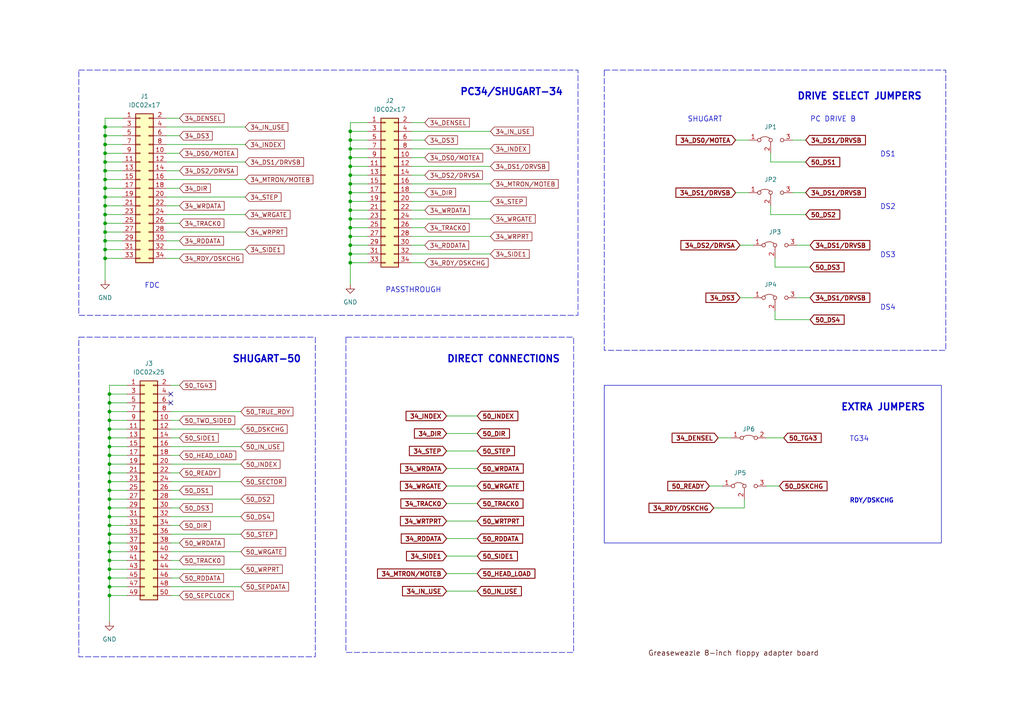
<source format=kicad_sch>
(kicad_sch (version 20231120) (generator "eeschema") (generator_version "8.0")
  (paper "A4")
  (lib_symbols
    (symbol "Connector_Generic:Conn_02x17_Odd_Even" (pin_names (offset 1.016) hide)
      (property "Reference" "J" (at 1.27 22.86 0))
      (property "Value" "Conn_02x17_Odd_Even" (at 1.27 -22.86 0))
      (symbol "Conn_02x17_Odd_Even_1_1"
        (rectangle (start -1.27 -20.193) (end 0 -20.447) (stroke (width 0.1524)))
        (rectangle (start -1.27 -17.653) (end 0 -17.907) (stroke (width 0.1524)))
        (rectangle (start -1.27 -15.113) (end 0 -15.367) (stroke (width 0.1524)))
        (rectangle (start -1.27 -12.573) (end 0 -12.827) (stroke (width 0.1524)))
        (rectangle (start -1.27 -10.033) (end 0 -10.287) (stroke (width 0.1524)))
        (rectangle (start -1.27 -7.493) (end 0 -7.747) (stroke (width 0.1524)))
        (rectangle (start -1.27 -4.953) (end 0 -5.207) (stroke (width 0.1524)))
        (rectangle (start -1.27 -2.413) (end 0 -2.667) (stroke (width 0.1524)))
        (rectangle (start -1.27 0.127) (end 0 -0.127) (stroke (width 0.1524)))
        (rectangle (start -1.27 2.667) (end 0 2.413) (stroke (width 0.1524)))
        (rectangle (start -1.27 5.207) (end 0 4.953) (stroke (width 0.1524)))
        (rectangle (start -1.27 7.747) (end 0 7.493) (stroke (width 0.1524)))
        (rectangle (start -1.27 10.287) (end 0 10.033) (stroke (width 0.1524)))
        (rectangle (start -1.27 12.827) (end 0 12.573) (stroke (width 0.1524)))
        (rectangle (start -1.27 15.367) (end 0 15.113) (stroke (width 0.1524)))
        (rectangle (start -1.27 17.907) (end 0 17.653) (stroke (width 0.1524)))
        (rectangle (start -1.27 20.447) (end 0 20.193) (stroke (width 0.1524)))
        (rectangle (start -1.27 21.59) (end 3.81 -21.59) (stroke (width 0.254)) (fill (type background)))
        (rectangle (start 3.81 -20.193) (end 2.54 -20.447) (stroke (width 0.1524)))
        (rectangle (start 3.81 -17.653) (end 2.54 -17.907) (stroke (width 0.1524)))
        (rectangle (start 3.81 -15.113) (end 2.54 -15.367) (stroke (width 0.1524)))
        (rectangle (start 3.81 -12.573) (end 2.54 -12.827) (stroke (width 0.1524)))
        (rectangle (start 3.81 -10.033) (end 2.54 -10.287) (stroke (width 0.1524)))
        (rectangle (start 3.81 -7.493) (end 2.54 -7.747) (stroke (width 0.1524)))
        (rectangle (start 3.81 -4.953) (end 2.54 -5.207) (stroke (width 0.1524)))
        (rectangle (start 3.81 -2.413) (end 2.54 -2.667) (stroke (width 0.1524)))
        (rectangle (start 3.81 0.127) (end 2.54 -0.127) (stroke (width 0.1524)))
        (rectangle (start 3.81 2.667) (end 2.54 2.413) (stroke (width 0.1524)))
        (rectangle (start 3.81 5.207) (end 2.54 4.953) (stroke (width 0.1524)))
        (rectangle (start 3.81 7.747) (end 2.54 7.493) (stroke (width 0.1524)))
        (rectangle (start 3.81 10.287) (end 2.54 10.033) (stroke (width 0.1524)))
        (rectangle (start 3.81 12.827) (end 2.54 12.573) (stroke (width 0.1524)))
        (rectangle (start 3.81 15.367) (end 2.54 15.113) (stroke (width 0.1524)))
        (rectangle (start 3.81 17.907) (end 2.54 17.653) (stroke (width 0.1524)))
        (rectangle (start 3.81 20.447) (end 2.54 20.193) (stroke (width 0.1524)))
        (pin passive line (at -5.08 20.32 0) (length 3.81) (name "Pin_1") (number "1"))
        (pin passive line (at 7.62 10.16 180) (length 3.81) (name "Pin_10") (number "10"))
        (pin passive line (at -5.08 7.62 0) (length 3.81) (name "Pin_11") (number "11"))
        (pin passive line (at 7.62 7.62 180) (length 3.81) (name "Pin_12") (number "12"))
        (pin passive line (at -5.08 5.08 0) (length 3.81) (name "Pin_13") (number "13"))
        (pin passive line (at 7.62 5.08 180) (length 3.81) (name "Pin_14") (number "14"))
        (pin passive line (at -5.08 2.54 0) (length 3.81) (name "Pin_15") (number "15"))
        (pin passive line (at 7.62 2.54 180) (length 3.81) (name "Pin_16") (number "16"))
        (pin passive line (at -5.08 0 0) (length 3.81) (name "Pin_17") (number "17"))
        (pin passive line (at 7.62 0 180) (length 3.81) (name "Pin_18") (number "18"))
        (pin passive line (at -5.08 -2.54 0) (length 3.81) (name "Pin_19") (number "19"))
        (pin passive line (at 7.62 20.32 180) (length 3.81) (name "Pin_2") (number "2"))
        (pin passive line (at 7.62 -2.54 180) (length 3.81) (name "Pin_20") (number "20"))
        (pin passive line (at -5.08 -5.08 0) (length 3.81) (name "Pin_21") (number "21"))
        (pin passive line (at 7.62 -5.08 180) (length 3.81) (name "Pin_22") (number "22"))
        (pin passive line (at -5.08 -7.62 0) (length 3.81) (name "Pin_23") (number "23"))
        (pin passive line (at 7.62 -7.62 180) (length 3.81) (name "Pin_24") (number "24"))
        (pin passive line (at -5.08 -10.16 0) (length 3.81) (name "Pin_25") (number "25"))
        (pin passive line (at 7.62 -10.16 180) (length 3.81) (name "Pin_26") (number "26"))
        (pin passive line (at -5.08 -12.7 0) (length 3.81) (name "Pin_27") (number "27"))
        (pin passive line (at 7.62 -12.7 180) (length 3.81) (name "Pin_28") (number "28"))
        (pin passive line (at -5.08 -15.24 0) (length 3.81) (name "Pin_29") (number "29"))
        (pin passive line (at -5.08 17.78 0) (length 3.81) (name "Pin_3") (number "3"))
        (pin passive line (at 7.62 -15.24 180) (length 3.81) (name "Pin_30") (number "30"))
        (pin passive line (at -5.08 -17.78 0) (length 3.81) (name "Pin_31") (number "31"))
        (pin passive line (at 7.62 -17.78 180) (length 3.81) (name "Pin_32") (number "32"))
        (pin passive line (at -5.08 -20.32 0) (length 3.81) (name "Pin_33") (number "33"))
        (pin passive line (at 7.62 -20.32 180) (length 3.81) (name "Pin_34") (number "34"))
        (pin passive line (at 7.62 17.78 180) (length 3.81) (name "Pin_4") (number "4"))
        (pin passive line (at -5.08 15.24 0) (length 3.81) (name "Pin_5") (number "5"))
        (pin passive line (at 7.62 15.24 180) (length 3.81) (name "Pin_6") (number "6"))
        (pin passive line (at -5.08 12.7 0) (length 3.81) (name "Pin_7") (number "7"))
        (pin passive line (at 7.62 12.7 180) (length 3.81) (name "Pin_8") (number "8"))
        (pin passive line (at -5.08 10.16 0) (length 3.81) (name "Pin_9") (number "9"))
      )
    )
    (symbol "Connector_Generic:Conn_02x25_Odd_Even" (pin_names (offset 1.016) hide)
      (property "Reference" "J" (at 1.27 33.02 0))
      (property "Value" "Conn_02x25_Odd_Even" (at 1.27 -33.02 0))
      (symbol "Conn_02x25_Odd_Even_1_1"
        (rectangle (start -1.27 -30.353) (end 0 -30.607) (stroke (width 0.1524)))
        (rectangle (start -1.27 -27.813) (end 0 -28.067) (stroke (width 0.1524)))
        (rectangle (start -1.27 -25.273) (end 0 -25.527) (stroke (width 0.1524)))
        (rectangle (start -1.27 -22.733) (end 0 -22.987) (stroke (width 0.1524)))
        (rectangle (start -1.27 -20.193) (end 0 -20.447) (stroke (width 0.1524)))
        (rectangle (start -1.27 -17.653) (end 0 -17.907) (stroke (width 0.1524)))
        (rectangle (start -1.27 -15.113) (end 0 -15.367) (stroke (width 0.1524)))
        (rectangle (start -1.27 -12.573) (end 0 -12.827) (stroke (width 0.1524)))
        (rectangle (start -1.27 -10.033) (end 0 -10.287) (stroke (width 0.1524)))
        (rectangle (start -1.27 -7.493) (end 0 -7.747) (stroke (width 0.1524)))
        (rectangle (start -1.27 -4.953) (end 0 -5.207) (stroke (width 0.1524)))
        (rectangle (start -1.27 -2.413) (end 0 -2.667) (stroke (width 0.1524)))
        (rectangle (start -1.27 0.127) (end 0 -0.127) (stroke (width 0.1524)))
        (rectangle (start -1.27 2.667) (end 0 2.413) (stroke (width 0.1524)))
        (rectangle (start -1.27 5.207) (end 0 4.953) (stroke (width 0.1524)))
        (rectangle (start -1.27 7.747) (end 0 7.493) (stroke (width 0.1524)))
        (rectangle (start -1.27 10.287) (end 0 10.033) (stroke (width 0.1524)))
        (rectangle (start -1.27 12.827) (end 0 12.573) (stroke (width 0.1524)))
        (rectangle (start -1.27 15.367) (end 0 15.113) (stroke (width 0.1524)))
        (rectangle (start -1.27 17.907) (end 0 17.653) (stroke (width 0.1524)))
        (rectangle (start -1.27 20.447) (end 0 20.193) (stroke (width 0.1524)))
        (rectangle (start -1.27 22.987) (end 0 22.733) (stroke (width 0.1524)))
        (rectangle (start -1.27 25.527) (end 0 25.273) (stroke (width 0.1524)))
        (rectangle (start -1.27 28.067) (end 0 27.813) (stroke (width 0.1524)))
        (rectangle (start -1.27 30.607) (end 0 30.353) (stroke (width 0.1524)))
        (rectangle (start -1.27 31.75) (end 3.81 -31.75) (stroke (width 0.254)) (fill (type background)))
        (rectangle (start 3.81 -30.353) (end 2.54 -30.607) (stroke (width 0.1524)))
        (rectangle (start 3.81 -27.813) (end 2.54 -28.067) (stroke (width 0.1524)))
        (rectangle (start 3.81 -25.273) (end 2.54 -25.527) (stroke (width 0.1524)))
        (rectangle (start 3.81 -22.733) (end 2.54 -22.987) (stroke (width 0.1524)))
        (rectangle (start 3.81 -20.193) (end 2.54 -20.447) (stroke (width 0.1524)))
        (rectangle (start 3.81 -17.653) (end 2.54 -17.907) (stroke (width 0.1524)))
        (rectangle (start 3.81 -15.113) (end 2.54 -15.367) (stroke (width 0.1524)))
        (rectangle (start 3.81 -12.573) (end 2.54 -12.827) (stroke (width 0.1524)))
        (rectangle (start 3.81 -10.033) (end 2.54 -10.287) (stroke (width 0.1524)))
        (rectangle (start 3.81 -7.493) (end 2.54 -7.747) (stroke (width 0.1524)))
        (rectangle (start 3.81 -4.953) (end 2.54 -5.207) (stroke (width 0.1524)))
        (rectangle (start 3.81 -2.413) (end 2.54 -2.667) (stroke (width 0.1524)))
        (rectangle (start 3.81 0.127) (end 2.54 -0.127) (stroke (width 0.1524)))
        (rectangle (start 3.81 2.667) (end 2.54 2.413) (stroke (width 0.1524)))
        (rectangle (start 3.81 5.207) (end 2.54 4.953) (stroke (width 0.1524)))
        (rectangle (start 3.81 7.747) (end 2.54 7.493) (stroke (width 0.1524)))
        (rectangle (start 3.81 10.287) (end 2.54 10.033) (stroke (width 0.1524)))
        (rectangle (start 3.81 12.827) (end 2.54 12.573) (stroke (width 0.1524)))
        (rectangle (start 3.81 15.367) (end 2.54 15.113) (stroke (width 0.1524)))
        (rectangle (start 3.81 17.907) (end 2.54 17.653) (stroke (width 0.1524)))
        (rectangle (start 3.81 20.447) (end 2.54 20.193) (stroke (width 0.1524)))
        (rectangle (start 3.81 22.987) (end 2.54 22.733) (stroke (width 0.1524)))
        (rectangle (start 3.81 25.527) (end 2.54 25.273) (stroke (width 0.1524)))
        (rectangle (start 3.81 28.067) (end 2.54 27.813) (stroke (width 0.1524)))
        (rectangle (start 3.81 30.607) (end 2.54 30.353) (stroke (width 0.1524)))
        (pin passive line (at -5.08 30.48 0) (length 3.81) (name "Pin_1") (number "1"))
        (pin passive line (at 7.62 20.32 180) (length 3.81) (name "Pin_10") (number "10"))
        (pin passive line (at -5.08 17.78 0) (length 3.81) (name "Pin_11") (number "11"))
        (pin passive line (at 7.62 17.78 180) (length 3.81) (name "Pin_12") (number "12"))
        (pin passive line (at -5.08 15.24 0) (length 3.81) (name "Pin_13") (number "13"))
        (pin passive line (at 7.62 15.24 180) (length 3.81) (name "Pin_14") (number "14"))
        (pin passive line (at -5.08 12.7 0) (length 3.81) (name "Pin_15") (number "15"))
        (pin passive line (at 7.62 12.7 180) (length 3.81) (name "Pin_16") (number "16"))
        (pin passive line (at -5.08 10.16 0) (length 3.81) (name "Pin_17") (number "17"))
        (pin passive line (at 7.62 10.16 180) (length 3.81) (name "Pin_18") (number "18"))
        (pin passive line (at -5.08 7.62 0) (length 3.81) (name "Pin_19") (number "19"))
        (pin passive line (at 7.62 30.48 180) (length 3.81) (name "Pin_2") (number "2"))
        (pin passive line (at 7.62 7.62 180) (length 3.81) (name "Pin_20") (number "20"))
        (pin passive line (at -5.08 5.08 0) (length 3.81) (name "Pin_21") (number "21"))
        (pin passive line (at 7.62 5.08 180) (length 3.81) (name "Pin_22") (number "22"))
        (pin passive line (at -5.08 2.54 0) (length 3.81) (name "Pin_23") (number "23"))
        (pin passive line (at 7.62 2.54 180) (length 3.81) (name "Pin_24") (number "24"))
        (pin passive line (at -5.08 0 0) (length 3.81) (name "Pin_25") (number "25"))
        (pin passive line (at 7.62 0 180) (length 3.81) (name "Pin_26") (number "26"))
        (pin passive line (at -5.08 -2.54 0) (length 3.81) (name "Pin_27") (number "27"))
        (pin passive line (at 7.62 -2.54 180) (length 3.81) (name "Pin_28") (number "28"))
        (pin passive line (at -5.08 -5.08 0) (length 3.81) (name "Pin_29") (number "29"))
        (pin passive line (at -5.08 27.94 0) (length 3.81) (name "Pin_3") (number "3"))
        (pin passive line (at 7.62 -5.08 180) (length 3.81) (name "Pin_30") (number "30"))
        (pin passive line (at -5.08 -7.62 0) (length 3.81) (name "Pin_31") (number "31"))
        (pin passive line (at 7.62 -7.62 180) (length 3.81) (name "Pin_32") (number "32"))
        (pin passive line (at -5.08 -10.16 0) (length 3.81) (name "Pin_33") (number "33"))
        (pin passive line (at 7.62 -10.16 180) (length 3.81) (name "Pin_34") (number "34"))
        (pin passive line (at -5.08 -12.7 0) (length 3.81) (name "Pin_35") (number "35"))
        (pin passive line (at 7.62 -12.7 180) (length 3.81) (name "Pin_36") (number "36"))
        (pin passive line (at -5.08 -15.24 0) (length 3.81) (name "Pin_37") (number "37"))
        (pin passive line (at 7.62 -15.24 180) (length 3.81) (name "Pin_38") (number "38"))
        (pin passive line (at -5.08 -17.78 0) (length 3.81) (name "Pin_39") (number "39"))
        (pin passive line (at 7.62 27.94 180) (length 3.81) (name "Pin_4") (number "4"))
        (pin passive line (at 7.62 -17.78 180) (length 3.81) (name "Pin_40") (number "40"))
        (pin passive line (at -5.08 -20.32 0) (length 3.81) (name "Pin_41") (number "41"))
        (pin passive line (at 7.62 -20.32 180) (length 3.81) (name "Pin_42") (number "42"))
        (pin passive line (at -5.08 -22.86 0) (length 3.81) (name "Pin_43") (number "43"))
        (pin passive line (at 7.62 -22.86 180) (length 3.81) (name "Pin_44") (number "44"))
        (pin passive line (at -5.08 -25.4 0) (length 3.81) (name "Pin_45") (number "45"))
        (pin passive line (at 7.62 -25.4 180) (length 3.81) (name "Pin_46") (number "46"))
        (pin passive line (at -5.08 -27.94 0) (length 3.81) (name "Pin_47") (number "47"))
        (pin passive line (at 7.62 -27.94 180) (length 3.81) (name "Pin_48") (number "48"))
        (pin passive line (at -5.08 -30.48 0) (length 3.81) (name "Pin_49") (number "49"))
        (pin passive line (at -5.08 25.4 0) (length 3.81) (name "Pin_5") (number "5"))
        (pin passive line (at 7.62 -30.48 180) (length 3.81) (name "Pin_50") (number "50"))
        (pin passive line (at 7.62 25.4 180) (length 3.81) (name "Pin_6") (number "6"))
        (pin passive line (at -5.08 22.86 0) (length 3.81) (name "Pin_7") (number "7"))
        (pin passive line (at 7.62 22.86 180) (length 3.81) (name "Pin_8") (number "8"))
        (pin passive line (at -5.08 20.32 0) (length 3.81) (name "Pin_9") (number "9"))
      )
    )
    (symbol "Jumper:Jumper_2_Bridged" (pin_names (offset 0) hide)
      (property "Reference" "JP" (at 0 1.905 0))
      (property "Value" "Jumper_2_Bridged" (at 0 -2.54 0))
      (symbol "Jumper_2_Bridged_0_0"
        (circle (center -2.032 0) (radius 0.508))
        (circle (center 2.032 0) (radius 0.508))
      )
      (symbol "Jumper_2_Bridged_0_1"
        (arc (start 1.524 0.254) (mid 0 0.762) (end -1.524 0.254))
      )
      (symbol "Jumper_2_Bridged_1_1"
        (pin passive line (at -5.08 0 0) (length 2.54) (name "A") (number "1"))
        (pin passive line (at 5.08 0 180) (length 2.54) (name "B") (number "2"))
      )
    )
    (symbol "Jumper:Jumper_3_Bridged12" (pin_names (offset 0) hide)
      (property "Reference" "JP" (at -2.54 -2.54 0))
      (property "Value" "Jumper_3_Bridged12" (at 0 2.794 0))
      (symbol "Jumper_3_Bridged12_0_0"
        (circle (center -3.302 0) (radius 0.508))
        (circle (center 0 0) (radius 0.508))
        (circle (center 3.302 0) (radius 0.508))
      )
      (symbol "Jumper_3_Bridged12_0_1"
        (arc (start -0.254 0.508) (mid -1.651 0.9912) (end -3.048 0.508))
        (polyline (pts (xy 0 -1.27) (xy 0 -0.508)))
      )
      (symbol "Jumper_3_Bridged12_1_1"
        (pin passive line (at -6.35 0 0) (length 2.54) (name "A") (number "1"))
        (pin passive line (at 0 -3.81 90) (length 2.54) (name "C") (number "2"))
        (pin passive line (at 6.35 0 180) (length 2.54) (name "B") (number "3"))
      )
    )
    (symbol "power:GND" (power) (pin_names (offset 0))
      (property "Value" "GND" (at 0 -3.81 0))
      (symbol "GND_0_1"
        (polyline (pts (xy 0 0) (xy 0 -1.27) (xy 1.27 -1.27) (xy 0 -2.54) (xy -1.27 -1.27) (xy 0 -1.27)))
      )
      (symbol "GND_1_1"
        (pin power_in line (at 0 0 270) (length 0) hide (name "GND") (number "1"))
      )
    )
  )
  (junction (at 31.75 142.24))
  (junction (at 30.48 49.53))
  (junction (at 101.6 58.42))
  (junction (at 31.75 119.38))
  (junction (at 101.6 53.34))
  (junction (at 30.48 69.85))
  (junction (at 101.6 50.8))
  (junction (at 31.75 157.48))
  (junction (at 30.48 54.61))
  (junction (at 101.6 76.2))
  (junction (at 101.6 48.26))
  (junction (at 31.75 149.86))
  (junction (at 31.75 139.7))
  (junction (at 101.6 43.18))
  (junction (at 101.6 38.1))
  (junction (at 101.6 40.64))
  (junction (at 101.6 63.5))
  (junction (at 101.6 71.12))
  (junction (at 30.48 46.99))
  (junction (at 101.6 68.58))
  (junction (at 101.6 55.88))
  (junction (at 31.75 147.32))
  (junction (at 101.6 73.66))
  (junction (at 30.48 74.93))
  (junction (at 101.6 60.96))
  (junction (at 31.75 114.3))
  (junction (at 30.48 36.83))
  (junction (at 30.48 39.37))
  (junction (at 30.48 52.07))
  (junction (at 31.75 144.78))
  (junction (at 30.48 72.39))
  (junction (at 31.75 152.4))
  (junction (at 30.48 62.23))
  (junction (at 31.75 162.56))
  (junction (at 101.6 66.04))
  (junction (at 101.6 45.72))
  (junction (at 31.75 160.02))
  (junction (at 31.75 134.62))
  (junction (at 31.75 170.18))
  (junction (at 31.75 121.92))
  (junction (at 31.75 129.54))
  (junction (at 31.75 124.46))
  (junction (at 31.75 137.16))
  (junction (at 31.75 132.08))
  (junction (at 31.75 172.72))
  (junction (at 31.75 165.1))
  (junction (at 30.48 59.69))
  (junction (at 31.75 127))
  (junction (at 31.75 116.84))
  (junction (at 30.48 44.45))
  (junction (at 31.75 167.64))
  (junction (at 30.48 41.91))
  (junction (at 30.48 67.31))
  (junction (at 30.48 57.15))
  (junction (at 31.75 154.94))
  (junction (at 30.48 64.77))
  (no_connect (at 49.53 116.84))
  (no_connect (at 49.53 114.3))
  (wire (pts (xy 31.75 149.86) (xy 31.75 152.4)))
  (wire (pts (xy 224.79 90.17) (xy 224.79 92.71)))
  (wire (pts (xy 213.36 55.88) (xy 217.17 55.88)))
  (wire (pts (xy 101.6 55.88) (xy 101.6 58.42)))
  (wire (pts (xy 224.79 74.93) (xy 224.79 77.47)))
  (wire (pts (xy 30.48 46.99) (xy 30.48 49.53)))
  (wire (pts (xy 31.75 139.7) (xy 36.83 139.7)))
  (wire (pts (xy 207.01 147.32) (xy 215.9 147.32)))
  (wire (pts (xy 36.83 129.54) (xy 31.75 129.54)))
  (wire (pts (xy 31.75 144.78) (xy 36.83 144.78)))
  (wire (pts (xy 31.75 137.16) (xy 31.75 139.7)))
  (wire (pts (xy 49.53 160.02) (xy 69.85 160.02)))
  (wire (pts (xy 31.75 116.84) (xy 36.83 116.84)))
  (wire (pts (xy 31.75 114.3) (xy 31.75 111.76)))
  (wire (pts (xy 30.48 34.29) (xy 30.48 36.83)))
  (wire (pts (xy 31.75 132.08) (xy 31.75 134.62)))
  (wire (pts (xy 129.54 140.97) (xy 138.43 140.97)))
  (wire (pts (xy 31.75 142.24) (xy 31.75 144.78)))
  (wire (pts (xy 129.54 156.21) (xy 138.43 156.21)))
  (wire (pts (xy 214.63 71.12) (xy 218.44 71.12)))
  (wire (pts (xy 48.26 64.77) (xy 52.07 64.77)))
  (wire (pts (xy 30.48 59.69) (xy 35.56 59.69)))
  (wire (pts (xy 31.75 124.46) (xy 31.75 121.92)))
  (wire (pts (xy 101.6 53.34) (xy 101.6 55.88)))
  (wire (pts (xy 106.68 58.42) (xy 101.6 58.42)))
  (wire (pts (xy 49.53 142.24) (xy 52.07 142.24)))
  (wire (pts (xy 30.48 69.85) (xy 30.48 72.39)))
  (wire (pts (xy 129.54 171.45) (xy 138.43 171.45)))
  (wire (pts (xy 101.6 50.8) (xy 106.68 50.8)))
  (wire (pts (xy 30.48 41.91) (xy 30.48 44.45)))
  (wire (pts (xy 49.53 170.18) (xy 69.85 170.18)))
  (wire (pts (xy 119.38 71.12) (xy 123.19 71.12)))
  (wire (pts (xy 31.75 129.54) (xy 31.75 132.08)))
  (wire (pts (xy 31.75 134.62) (xy 31.75 137.16)))
  (wire (pts (xy 101.6 63.5) (xy 106.68 63.5)))
  (wire (pts (xy 119.38 68.58) (xy 142.24 68.58)))
  (wire (pts (xy 229.87 55.88) (xy 233.68 55.88)))
  (wire (pts (xy 223.52 62.23) (xy 233.68 62.23)))
  (wire (pts (xy 119.38 58.42) (xy 142.24 58.42)))
  (wire (pts (xy 48.26 41.91) (xy 71.12 41.91)))
  (wire (pts (xy 49.53 157.48) (xy 52.07 157.48)))
  (wire (pts (xy 101.6 76.2) (xy 106.68 76.2)))
  (wire (pts (xy 48.26 54.61) (xy 52.07 54.61)))
  (wire (pts (xy 30.48 44.45) (xy 30.48 46.99)))
  (wire (pts (xy 101.6 45.72) (xy 101.6 48.26)))
  (wire (pts (xy 49.53 127) (xy 52.07 127)))
  (wire (pts (xy 119.38 40.64) (xy 123.19 40.64)))
  (wire (pts (xy 31.75 160.02) (xy 31.75 162.56)))
  (wire (pts (xy 101.6 66.04) (xy 101.6 68.58)))
  (wire (pts (xy 31.75 147.32) (xy 36.83 147.32)))
  (wire (pts (xy 31.75 137.16) (xy 36.83 137.16)))
  (wire (pts (xy 101.6 48.26) (xy 106.68 48.26)))
  (wire (pts (xy 30.48 72.39) (xy 35.56 72.39)))
  (wire (pts (xy 101.6 45.72) (xy 106.68 45.72)))
  (wire (pts (xy 31.75 111.76) (xy 36.83 111.76)))
  (wire (pts (xy 106.68 35.56) (xy 101.6 35.56)))
  (wire (pts (xy 49.53 111.76) (xy 52.07 111.76)))
  (wire (pts (xy 35.56 67.31) (xy 30.48 67.31)))
  (wire (pts (xy 49.53 162.56) (xy 52.07 162.56)))
  (wire (pts (xy 48.26 62.23) (xy 71.12 62.23)))
  (wire (pts (xy 31.75 142.24) (xy 36.83 142.24)))
  (wire (pts (xy 119.38 35.56) (xy 123.19 35.56)))
  (wire (pts (xy 31.75 121.92) (xy 36.83 121.92)))
  (wire (pts (xy 31.75 154.94) (xy 31.75 157.48)))
  (wire (pts (xy 31.75 160.02) (xy 36.83 160.02)))
  (wire (pts (xy 49.53 167.64) (xy 52.07 167.64)))
  (wire (pts (xy 101.6 73.66) (xy 101.6 76.2)))
  (wire (pts (xy 31.75 144.78) (xy 31.75 147.32)))
  (wire (pts (xy 36.83 134.62) (xy 31.75 134.62)))
  (wire (pts (xy 205.74 140.97) (xy 209.55 140.97)))
  (wire (pts (xy 101.6 60.96) (xy 106.68 60.96)))
  (wire (pts (xy 229.87 40.64) (xy 233.68 40.64)))
  (wire (pts (xy 101.6 53.34) (xy 106.68 53.34)))
  (wire (pts (xy 119.38 73.66) (xy 142.24 73.66)))
  (wire (pts (xy 49.53 124.46) (xy 69.85 124.46)))
  (wire (pts (xy 106.68 68.58) (xy 101.6 68.58)))
  (wire (pts (xy 208.28 127) (xy 212.09 127)))
  (wire (pts (xy 119.38 38.1) (xy 142.24 38.1)))
  (wire (pts (xy 101.6 40.64) (xy 101.6 43.18)))
  (wire (pts (xy 31.75 170.18) (xy 36.83 170.18)))
  (wire (pts (xy 36.83 167.64) (xy 31.75 167.64)))
  (wire (pts (xy 31.75 157.48) (xy 31.75 160.02)))
  (wire (pts (xy 101.6 40.64) (xy 106.68 40.64)))
  (wire (pts (xy 119.38 53.34) (xy 142.24 53.34)))
  (wire (pts (xy 31.75 147.32) (xy 31.75 149.86)))
  (wire (pts (xy 223.52 59.69) (xy 223.52 62.23)))
  (wire (pts (xy 31.75 127) (xy 31.75 124.46)))
  (wire (pts (xy 31.75 132.08) (xy 36.83 132.08)))
  (wire (pts (xy 129.54 151.13) (xy 138.43 151.13)))
  (wire (pts (xy 30.48 52.07) (xy 35.56 52.07)))
  (wire (pts (xy 31.75 121.92) (xy 31.75 119.38)))
  (wire (pts (xy 49.53 132.08) (xy 52.07 132.08)))
  (wire (pts (xy 48.26 36.83) (xy 71.12 36.83)))
  (wire (pts (xy 31.75 162.56) (xy 36.83 162.56)))
  (wire (pts (xy 48.26 39.37) (xy 52.07 39.37)))
  (wire (pts (xy 222.25 140.97) (xy 226.06 140.97)))
  (wire (pts (xy 30.48 46.99) (xy 35.56 46.99)))
  (wire (pts (xy 106.68 43.18) (xy 101.6 43.18)))
  (wire (pts (xy 119.38 55.88) (xy 123.19 55.88)))
  (wire (pts (xy 119.38 60.96) (xy 123.19 60.96)))
  (wire (pts (xy 30.48 54.61) (xy 30.48 57.15)))
  (wire (pts (xy 49.53 172.72) (xy 52.07 172.72)))
  (wire (pts (xy 30.48 62.23) (xy 35.56 62.23)))
  (wire (pts (xy 31.75 162.56) (xy 31.75 165.1)))
  (wire (pts (xy 31.75 124.46) (xy 36.83 124.46)))
  (wire (pts (xy 30.48 57.15) (xy 30.48 59.69)))
  (wire (pts (xy 48.26 67.31) (xy 71.12 67.31)))
  (wire (pts (xy 49.53 119.38) (xy 69.85 119.38)))
  (wire (pts (xy 49.53 134.62) (xy 69.85 134.62)))
  (wire (pts (xy 119.38 43.18) (xy 142.24 43.18)))
  (wire (pts (xy 30.48 36.83) (xy 30.48 39.37)))
  (wire (pts (xy 31.75 152.4) (xy 36.83 152.4)))
  (wire (pts (xy 49.53 154.94) (xy 69.85 154.94)))
  (wire (pts (xy 101.6 71.12) (xy 106.68 71.12)))
  (wire (pts (xy 129.54 161.29) (xy 138.43 161.29)))
  (wire (pts (xy 129.54 125.73) (xy 138.43 125.73)))
  (wire (pts (xy 48.26 34.29) (xy 52.07 34.29)))
  (wire (pts (xy 31.75 116.84) (xy 31.75 114.3)))
  (wire (pts (xy 49.53 139.7) (xy 69.85 139.7)))
  (wire (pts (xy 31.75 165.1) (xy 36.83 165.1)))
  (wire (pts (xy 30.48 39.37) (xy 35.56 39.37)))
  (wire (pts (xy 48.26 72.39) (xy 71.12 72.39)))
  (wire (pts (xy 48.26 59.69) (xy 52.07 59.69)))
  (wire (pts (xy 36.83 172.72) (xy 31.75 172.72)))
  (wire (pts (xy 129.54 166.37) (xy 138.43 166.37)))
  (wire (pts (xy 30.48 36.83) (xy 35.56 36.83)))
  (wire (pts (xy 224.79 92.71) (xy 234.95 92.71)))
  (wire (pts (xy 30.48 59.69) (xy 30.48 62.23)))
  (wire (pts (xy 35.56 57.15) (xy 30.48 57.15)))
  (wire (pts (xy 101.6 76.2) (xy 101.6 82.55)))
  (wire (pts (xy 49.53 149.86) (xy 69.85 149.86)))
  (wire (pts (xy 30.48 62.23) (xy 30.48 64.77)))
  (wire (pts (xy 31.75 119.38) (xy 36.83 119.38)))
  (wire (pts (xy 30.48 64.77) (xy 30.48 67.31)))
  (wire (pts (xy 49.53 165.1) (xy 69.85 165.1)))
  (wire (pts (xy 31.75 127) (xy 36.83 127)))
  (wire (pts (xy 101.6 63.5) (xy 101.6 66.04)))
  (wire (pts (xy 231.14 71.12) (xy 234.95 71.12)))
  (wire (pts (xy 48.26 44.45) (xy 52.07 44.45)))
  (wire (pts (xy 49.53 121.92) (xy 52.07 121.92)))
  (wire (pts (xy 49.53 147.32) (xy 52.07 147.32)))
  (wire (pts (xy 222.25 127) (xy 227.33 127)))
  (wire (pts (xy 48.26 69.85) (xy 52.07 69.85)))
  (wire (pts (xy 31.75 127) (xy 31.75 129.54)))
  (wire (pts (xy 31.75 114.3) (xy 36.83 114.3)))
  (wire (pts (xy 48.26 74.93) (xy 52.07 74.93)))
  (wire (pts (xy 129.54 135.89) (xy 138.43 135.89)))
  (wire (pts (xy 101.6 58.42) (xy 101.6 60.96)))
  (wire (pts (xy 101.6 73.66) (xy 106.68 73.66)))
  (wire (pts (xy 31.75 149.86) (xy 36.83 149.86)))
  (wire (pts (xy 31.75 167.64) (xy 31.75 170.18)))
  (wire (pts (xy 224.79 77.47) (xy 234.95 77.47)))
  (wire (pts (xy 30.48 39.37) (xy 30.48 41.91)))
  (wire (pts (xy 35.56 41.91) (xy 30.48 41.91)))
  (wire (pts (xy 30.48 52.07) (xy 30.48 54.61)))
  (wire (pts (xy 214.63 86.36) (xy 218.44 86.36)))
  (wire (pts (xy 48.26 52.07) (xy 71.12 52.07)))
  (wire (pts (xy 119.38 66.04) (xy 123.19 66.04)))
  (wire (pts (xy 48.26 46.99) (xy 71.12 46.99)))
  (wire (pts (xy 31.75 157.48) (xy 36.83 157.48)))
  (wire (pts (xy 30.48 69.85) (xy 35.56 69.85)))
  (wire (pts (xy 101.6 66.04) (xy 106.68 66.04)))
  (wire (pts (xy 223.52 46.99) (xy 233.68 46.99)))
  (wire (pts (xy 30.48 49.53) (xy 30.48 52.07)))
  (wire (pts (xy 31.75 139.7) (xy 31.75 142.24)))
  (wire (pts (xy 101.6 38.1) (xy 101.6 40.64)))
  (wire (pts (xy 215.9 147.32) (xy 215.9 144.78)))
  (wire (pts (xy 30.48 67.31) (xy 30.48 69.85)))
  (wire (pts (xy 119.38 48.26) (xy 142.24 48.26)))
  (wire (pts (xy 30.48 74.93) (xy 30.48 81.28)))
  (wire (pts (xy 213.36 40.64) (xy 217.17 40.64)))
  (wire (pts (xy 30.48 44.45) (xy 35.56 44.45)))
  (wire (pts (xy 31.75 170.18) (xy 31.75 172.72)))
  (wire (pts (xy 48.26 57.15) (xy 71.12 57.15)))
  (wire (pts (xy 129.54 120.65) (xy 138.43 120.65)))
  (wire (pts (xy 119.38 63.5) (xy 142.24 63.5)))
  (wire (pts (xy 30.48 64.77) (xy 35.56 64.77)))
  (wire (pts (xy 30.48 54.61) (xy 35.56 54.61)))
  (wire (pts (xy 231.14 86.36) (xy 234.95 86.36)))
  (wire (pts (xy 31.75 152.4) (xy 31.75 154.94)))
  (wire (pts (xy 31.75 119.38) (xy 31.75 116.84)))
  (wire (pts (xy 48.26 49.53) (xy 52.07 49.53)))
  (wire (pts (xy 129.54 146.05) (xy 138.43 146.05)))
  (wire (pts (xy 101.6 43.18) (xy 101.6 45.72)))
  (wire (pts (xy 30.48 49.53) (xy 35.56 49.53)))
  (wire (pts (xy 129.54 130.81) (xy 138.43 130.81)))
  (wire (pts (xy 49.53 144.78) (xy 69.85 144.78)))
  (wire (pts (xy 101.6 55.88) (xy 106.68 55.88)))
  (wire (pts (xy 119.38 76.2) (xy 123.19 76.2)))
  (wire (pts (xy 31.75 172.72) (xy 31.75 180.34)))
  (wire (pts (xy 101.6 60.96) (xy 101.6 63.5)))
  (wire (pts (xy 101.6 48.26) (xy 101.6 50.8)))
  (wire (pts (xy 101.6 35.56) (xy 101.6 38.1)))
  (wire (pts (xy 49.53 137.16) (xy 52.07 137.16)))
  (wire (pts (xy 101.6 50.8) (xy 101.6 53.34)))
  (wire (pts (xy 31.75 165.1) (xy 31.75 167.64)))
  (wire (pts (xy 49.53 152.4) (xy 52.07 152.4)))
  (wire (pts (xy 223.52 44.45) (xy 223.52 46.99)))
  (wire (pts (xy 30.48 72.39) (xy 30.48 74.93)))
  (wire (pts (xy 31.75 154.94) (xy 36.83 154.94)))
  (wire (pts (xy 119.38 45.72) (xy 123.19 45.72)))
  (wire (pts (xy 30.48 74.93) (xy 35.56 74.93)))
  (wire (pts (xy 101.6 71.12) (xy 101.6 73.66)))
  (wire (pts (xy 49.53 129.54) (xy 69.85 129.54)))
  (wire (pts (xy 35.56 34.29) (xy 30.48 34.29)))
  (wire (pts (xy 101.6 68.58) (xy 101.6 71.12)))
  (wire (pts (xy 101.6 38.1) (xy 106.68 38.1)))
  (wire (pts (xy 119.38 50.8) (xy 123.19 50.8)))
  (rectangle (start 175.26 111.76) (end 273.05 157.48))
  (rectangle (start 22.86 97.79) (end 91.44 190.5) (stroke (width 0) (type dash)))
  (rectangle (start 100.33 97.79) (end 166.37 189.23) (stroke (width 0) (type dash)))
  (rectangle (start 22.86 20.32) (end 167.64 91.44) (stroke (width 0) (type dash)))
  (rectangle (start 175.26 20.32) (end 274.32 101.6) (stroke (width 0) (type dash)))
  (text "PC34/SHUGART-34" (at 133.35 27.94 0) (effects (font (size 2 2) (thickness 0.4) (bold yes)) (justify left bottom)))
  (text "DS2" (at 255.27 60.96 0) (effects (font (size 1.5 1.5)) (justify left bottom)))
  (text "SHUGART\n" (at 199.39 35.56 0) (effects (font (size 1.5 1.5)) (justify left bottom)))
  (text "DS3\n" (at 255.27 74.93 0) (effects (font (size 1.5 1.5)) (justify left bottom)))
  (text "DRIVE SELECT JUMPERS" (at 231.14 29.21 0) (effects (font (size 2 2) (thickness 0.4) (bold yes)) (justify left bottom)))
  (text "PC DRIVE B\n" (at 234.95 35.56 0) (effects (font (size 1.5 1.5)) (justify left bottom)))
  (text "DS4\n" (at 255.27 90.17 0) (effects (font (size 1.5 1.5)) (justify left bottom)))
  (text "DIRECT CONNECTIONS" (at 129.54 105.41 0) (effects (font (size 2 2) (thickness 0.4) (bold yes)) (justify left bottom)))
  (text "FDC" (at 41.91 83.82 0) (effects (font (size 1.5 1.5)) (justify left bottom)))
  (text "DS1\n" (at 255.27 45.72 0) (effects (font (size 1.5 1.5)) (justify left bottom)))
  (text "RDY/DSKCHG" (at 246.38 146.05 0) (effects (font (size 1.27 1.27) (bold yes)) (justify left bottom)))
  (text "TG34\n" (at 246.38 128.27 0) (effects (font (size 1.5 1.5)) (justify left bottom)))
  (text "Greaseweazle 8-inch floppy adapter board" (at 187.96 190.5 0) (effects (font (size 1.5 1.5)) (justify left bottom)))
  (text "SHUGART-50" (at 67.31 105.41 0) (effects (font (size 2 2) (thickness 0.4) (bold yes)) (justify left bottom)))
  (text "PASSTHROUGH\n" (at 111.76 85.09 0) (effects (font (size 1.5 1.5)) (justify left bottom)))
  (text "EXTRA JUMPERS" (at 243.84 119.38 0) (effects (font (size 2 2) (thickness 0.4) (bold yes)) (justify left bottom)))
  (global_label "50_INDEX" (shape input) (at 69.85 134.62 0) (property "Intersheetrefs" "${INTERSHEET_REFS}" (effects (hide yes))))
  (global_label "50_DSKCHG" (shape input) (at 69.85 124.46 0) (property "Intersheetrefs" "${INTERSHEET_REFS}" (effects (hide yes))))
  (global_label "50_TRUE_RDY" (shape input) (at 69.85 119.38 0) (property "Intersheetrefs" "${INTERSHEET_REFS}" (effects (hide yes))))
  (global_label "34_DS0{slash}MOTEA" (shape input) (at 123.19 45.72 0) (property "Intersheetrefs" "${INTERSHEET_REFS}" (effects (hide yes))))
  (global_label "34_SIDE1" (shape input) (at 129.54 161.29 180) (effects (font (bold yes))) (property "Intersheetrefs" "${INTERSHEET_REFS}" (effects (hide yes))))
  (global_label "50_WRGATE" (shape input) (at 138.43 140.97 0) (effects (font (bold yes))) (property "Intersheetrefs" "${INTERSHEET_REFS}" (effects (hide yes))))
  (global_label "50_DS1" (shape input) (at 233.68 46.99 0) (effects (font (bold yes))) (property "Intersheetrefs" "${INTERSHEET_REFS}" (effects (hide yes))))
  (global_label "34_MTRON{slash}MOTEB" (shape input) (at 71.12 52.07 0) (property "Intersheetrefs" "${INTERSHEET_REFS}" (effects (hide yes))))
  (global_label "34_DS1{slash}DRVSB" (shape input) (at 234.95 71.12 0) (effects (font (bold yes))) (property "Intersheetrefs" "${INTERSHEET_REFS}" (effects (hide yes))))
  (global_label "50_SECTOR" (shape input) (at 69.85 139.7 0) (property "Intersheetrefs" "${INTERSHEET_REFS}" (effects (hide yes))))
  (global_label "50_WRGATE" (shape input) (at 69.85 160.02 0) (property "Intersheetrefs" "${INTERSHEET_REFS}" (effects (hide yes))))
  (global_label "34_MTRON{slash}MOTEB" (shape input) (at 142.24 53.34 0) (property "Intersheetrefs" "${INTERSHEET_REFS}" (effects (hide yes))))
  (global_label "50_RDDATA" (shape input) (at 52.07 167.64 0) (property "Intersheetrefs" "${INTERSHEET_REFS}" (effects (hide yes))))
  (global_label "34_DS1{slash}DRVSB" (shape input) (at 213.36 55.88 180) (effects (font (bold yes))) (property "Intersheetrefs" "${INTERSHEET_REFS}" (effects (hide yes))))
  (global_label "34_DS1{slash}DRVSB" (shape input) (at 234.95 86.36 0) (effects (font (bold yes))) (property "Intersheetrefs" "${INTERSHEET_REFS}" (effects (hide yes))))
  (global_label "34_INDEX" (shape input) (at 142.24 43.18 0) (property "Intersheetrefs" "${INTERSHEET_REFS}" (effects (hide yes))))
  (global_label "50_READY" (shape input) (at 52.07 137.16 0) (property "Intersheetrefs" "${INTERSHEET_REFS}" (effects (hide yes))))
  (global_label "34_WRPRT" (shape input) (at 71.12 67.31 0) (property "Intersheetrefs" "${INTERSHEET_REFS}" (effects (hide yes))))
  (global_label "50_WRDATA" (shape input) (at 138.43 135.89 0) (effects (font (bold yes))) (property "Intersheetrefs" "${INTERSHEET_REFS}" (effects (hide yes))))
  (global_label "34_INDEX" (shape input) (at 71.12 41.91 0) (property "Intersheetrefs" "${INTERSHEET_REFS}" (effects (hide yes))))
  (global_label "34_DENSEL" (shape input) (at 52.07 34.29 0) (property "Intersheetrefs" "${INTERSHEET_REFS}" (effects (hide yes))))
  (global_label "50_HEAD_LOAD" (shape input) (at 52.07 132.08 0) (property "Intersheetrefs" "${INTERSHEET_REFS}" (effects (hide yes))))
  (global_label "50_WRTPRT" (shape input) (at 138.43 151.13 0) (effects (font (bold yes))) (property "Intersheetrefs" "${INTERSHEET_REFS}" (effects (hide yes))))
  (global_label "34_DS2{slash}DRVSA" (shape input) (at 52.07 49.53 0) (property "Intersheetrefs" "${INTERSHEET_REFS}" (effects (hide yes))))
  (global_label "50_DS4" (shape input) (at 69.85 149.86 0) (property "Intersheetrefs" "${INTERSHEET_REFS}" (effects (hide yes))))
  (global_label "34_IN_USE" (shape input) (at 142.24 38.1 0) (property "Intersheetrefs" "${INTERSHEET_REFS}" (effects (hide yes))))
  (global_label "50_SIDE1" (shape input) (at 52.07 127 0) (property "Intersheetrefs" "${INTERSHEET_REFS}" (effects (hide yes))))
  (global_label "50_DS3" (shape input) (at 52.07 147.32 0) (property "Intersheetrefs" "${INTERSHEET_REFS}" (effects (hide yes))))
  (global_label "34_DS3" (shape input) (at 214.63 86.36 180) (effects (font (bold yes))) (property "Intersheetrefs" "${INTERSHEET_REFS}" (effects (hide yes))))
  (global_label "34_DS0{slash}MOTEA" (shape input) (at 52.07 44.45 0) (property "Intersheetrefs" "${INTERSHEET_REFS}" (effects (hide yes))))
  (global_label "34_DS0{slash}MOTEA" (shape input) (at 213.36 40.64 180) (effects (font (bold yes))) (property "Intersheetrefs" "${INTERSHEET_REFS}" (effects (hide yes))))
  (global_label "50_TRACK0" (shape input) (at 52.07 162.56 0) (property "Intersheetrefs" "${INTERSHEET_REFS}" (effects (hide yes))))
  (global_label "50_SEPCLOCK" (shape input) (at 52.07 172.72 0) (property "Intersheetrefs" "${INTERSHEET_REFS}" (effects (hide yes))))
  (global_label "34_MTRON{slash}MOTEB" (shape input) (at 129.54 166.37 180) (effects (font (bold yes))) (property "Intersheetrefs" "${INTERSHEET_REFS}" (effects (hide yes))))
  (global_label "50_IN_USE" (shape input) (at 138.43 171.45 0) (effects (font (bold yes))) (property "Intersheetrefs" "${INTERSHEET_REFS}" (effects (hide yes))))
  (global_label "50_READY" (shape input) (at 205.74 140.97 180) (effects (font (bold yes))) (property "Intersheetrefs" "${INTERSHEET_REFS}" (effects (hide yes))))
  (global_label "50_TG43" (shape input) (at 227.33 127 0) (effects (font (bold yes))) (property "Intersheetrefs" "${INTERSHEET_REFS}" (effects (hide yes))))
  (global_label "50_TG43" (shape input) (at 52.07 111.76 0) (property "Intersheetrefs" "${INTERSHEET_REFS}" (effects (hide yes))))
  (global_label "34_DS3" (shape input) (at 123.19 40.64 0) (property "Intersheetrefs" "${INTERSHEET_REFS}" (effects (hide yes))))
  (global_label "50_WRPRT" (shape input) (at 69.85 165.1 0) (property "Intersheetrefs" "${INTERSHEET_REFS}" (effects (hide yes))))
  (global_label "50_IN_USE" (shape input) (at 69.85 129.54 0) (property "Intersheetrefs" "${INTERSHEET_REFS}" (effects (hide yes))))
  (global_label "34_TRACK0" (shape input) (at 129.54 146.05 180) (effects (font (bold yes))) (property "Intersheetrefs" "${INTERSHEET_REFS}" (effects (hide yes))))
  (global_label "50_DS2" (shape input) (at 233.68 62.23 0) (effects (font (bold yes))) (property "Intersheetrefs" "${INTERSHEET_REFS}" (effects (hide yes))))
  (global_label "34_WRDATA" (shape input) (at 123.19 60.96 0) (property "Intersheetrefs" "${INTERSHEET_REFS}" (effects (hide yes))))
  (global_label "50_HEAD_LOAD" (shape input) (at 138.43 166.37 0) (effects (font (bold yes))) (property "Intersheetrefs" "${INTERSHEET_REFS}" (effects (hide yes))))
  (global_label "34_DS2{slash}DRVSA" (shape input) (at 123.19 50.8 0) (property "Intersheetrefs" "${INTERSHEET_REFS}" (effects (hide yes))))
  (global_label "50_RDDATA" (shape input) (at 138.43 156.21 0) (effects (font (bold yes))) (property "Intersheetrefs" "${INTERSHEET_REFS}" (effects (hide yes))))
  (global_label "34_RDY{slash}DSKCHG" (shape input) (at 207.01 147.32 180) (effects (font (bold yes))) (property "Intersheetrefs" "${INTERSHEET_REFS}" (effects (hide yes))))
  (global_label "34_RDDATA" (shape input) (at 52.07 69.85 0) (property "Intersheetrefs" "${INTERSHEET_REFS}" (effects (hide yes))))
  (global_label "34_WRDATA" (shape input) (at 52.07 59.69 0) (property "Intersheetrefs" "${INTERSHEET_REFS}" (effects (hide yes))))
  (global_label "34_DS1{slash}DRVSB" (shape input) (at 233.68 40.64 0) (effects (font (bold yes))) (property "Intersheetrefs" "${INTERSHEET_REFS}" (effects (hide yes))))
  (global_label "34_DIR" (shape input) (at 129.54 125.73 180) (effects (font (bold yes))) (property "Intersheetrefs" "${INTERSHEET_REFS}" (effects (hide yes))))
  (global_label "50_DIR" (shape input) (at 52.07 152.4 0) (property "Intersheetrefs" "${INTERSHEET_REFS}" (effects (hide yes))))
  (global_label "34_WRPRT" (shape input) (at 142.24 68.58 0) (property "Intersheetrefs" "${INTERSHEET_REFS}" (effects (hide yes))))
  (global_label "34_WRGATE" (shape input) (at 129.54 140.97 180) (effects (font (bold yes))) (property "Intersheetrefs" "${INTERSHEET_REFS}" (effects (hide yes))))
  (global_label "34_SIDE1" (shape input) (at 71.12 72.39 0) (property "Intersheetrefs" "${INTERSHEET_REFS}" (effects (hide yes))))
  (global_label "34_WRGATE" (shape input) (at 142.24 63.5 0) (property "Intersheetrefs" "${INTERSHEET_REFS}" (effects (hide yes))))
  (global_label "34_STEP" (shape input) (at 129.54 130.81 180) (effects (font (bold yes))) (property "Intersheetrefs" "${INTERSHEET_REFS}" (effects (hide yes))))
  (global_label "34_TRACK0" (shape input) (at 52.07 64.77 0) (property "Intersheetrefs" "${INTERSHEET_REFS}" (effects (hide yes))))
  (global_label "50_DS1" (shape input) (at 52.07 142.24 0) (property "Intersheetrefs" "${INTERSHEET_REFS}" (effects (hide yes))))
  (global_label "34_DS3" (shape input) (at 52.07 39.37 0) (property "Intersheetrefs" "${INTERSHEET_REFS}" (effects (hide yes))))
  (global_label "34_IN_USE" (shape input) (at 71.12 36.83 0) (property "Intersheetrefs" "${INTERSHEET_REFS}" (effects (hide yes))))
  (global_label "50_SIDE1" (shape input) (at 138.43 161.29 0) (effects (font (bold yes))) (property "Intersheetrefs" "${INTERSHEET_REFS}" (effects (hide yes))))
  (global_label "50_SEPDATA" (shape input) (at 69.85 170.18 0) (property "Intersheetrefs" "${INTERSHEET_REFS}" (effects (hide yes))))
  (global_label "34_RDY{slash}DSKCHG" (shape input) (at 52.07 74.93 0) (property "Intersheetrefs" "${INTERSHEET_REFS}" (effects (hide yes))))
  (global_label "50_TWO_SIDED" (shape input) (at 52.07 121.92 0) (property "Intersheetrefs" "${INTERSHEET_REFS}" (effects (hide yes))))
  (global_label "50_WRDATA" (shape input) (at 52.07 157.48 0) (property "Intersheetrefs" "${INTERSHEET_REFS}" (effects (hide yes))))
  (global_label "50_DIR" (shape input) (at 138.43 125.73 0) (effects (font (bold yes))) (property "Intersheetrefs" "${INTERSHEET_REFS}" (effects (hide yes))))
  (global_label "50_TRACK0" (shape input) (at 138.43 146.05 0) (effects (font (bold yes))) (property "Intersheetrefs" "${INTERSHEET_REFS}" (effects (hide yes))))
  (global_label "50_STEP" (shape input) (at 69.85 154.94 0) (property "Intersheetrefs" "${INTERSHEET_REFS}" (effects (hide yes))))
  (global_label "50_DS2" (shape input) (at 69.85 144.78 0) (property "Intersheetrefs" "${INTERSHEET_REFS}" (effects (hide yes))))
  (global_label "34_IN_USE" (shape input) (at 129.54 171.45 180) (effects (font (bold yes))) (property "Intersheetrefs" "${INTERSHEET_REFS}" (effects (hide yes))))
  (global_label "34_DS1{slash}DRVSB" (shape input) (at 142.24 48.26 0) (property "Intersheetrefs" "${INTERSHEET_REFS}" (effects (hide yes))))
  (global_label "34_TRACK0" (shape input) (at 123.19 66.04 0) (property "Intersheetrefs" "${INTERSHEET_REFS}" (effects (hide yes))))
  (global_label "50_DS4" (shape input) (at 234.95 92.71 0) (effects (font (bold yes))) (property "Intersheetrefs" "${INTERSHEET_REFS}" (effects (hide yes))))
  (global_label "34_WRGATE" (shape input) (at 71.12 62.23 0) (property "Intersheetrefs" "${INTERSHEET_REFS}" (effects (hide yes))))
  (global_label "50_INDEX" (shape input) (at 138.43 120.65 0) (effects (font (bold yes))) (property "Intersheetrefs" "${INTERSHEET_REFS}" (effects (hide yes))))
  (global_label "34_DENSEL" (shape input) (at 208.28 127 180) (effects (font (bold yes))) (property "Intersheetrefs" "${INTERSHEET_REFS}" (effects (hide yes))))
  (global_label "34_WRDATA" (shape input) (at 129.54 135.89 180) (effects (font (bold yes))) (property "Intersheetrefs" "${INTERSHEET_REFS}" (effects (hide yes))))
  (global_label "34_DS2{slash}DRVSA" (shape input) (at 214.63 71.12 180) (effects (font (bold yes))) (property "Intersheetrefs" "${INTERSHEET_REFS}" (effects (hide yes))))
  (global_label "50_DSKCHG" (shape input) (at 226.06 140.97 0) (effects (font (bold yes))) (property "Intersheetrefs" "${INTERSHEET_REFS}" (effects (hide yes))))
  (global_label "34_RDDATA" (shape input) (at 123.19 71.12 0) (property "Intersheetrefs" "${INTERSHEET_REFS}" (effects (hide yes))))
  (global_label "34_WRTPRT" (shape input) (at 129.54 151.13 180) (effects (font (bold yes))) (property "Intersheetrefs" "${INTERSHEET_REFS}" (effects (hide yes))))
  (global_label "34_DENSEL" (shape input) (at 123.19 35.56 0) (property "Intersheetrefs" "${INTERSHEET_REFS}" (effects (hide yes))))
  (global_label "34_DIR" (shape input) (at 52.07 54.61 0) (property "Intersheetrefs" "${INTERSHEET_REFS}" (effects (hide yes))))
  (global_label "34_DS1{slash}DRVSB" (shape input) (at 233.68 55.88 0) (effects (font (bold yes))) (property "Intersheetrefs" "${INTERSHEET_REFS}" (effects (hide yes))))
  (global_label "34_INDEX" (shape input) (at 129.54 120.65 180) (effects (font (bold yes))) (property "Intersheetrefs" "${INTERSHEET_REFS}" (effects (hide yes))))
  (global_label "34_STEP" (shape input) (at 142.24 58.42 0) (property "Intersheetrefs" "${INTERSHEET_REFS}" (effects (hide yes))))
  (global_label "34_DIR" (shape input) (at 123.19 55.88 0) (property "Intersheetrefs" "${INTERSHEET_REFS}" (effects (hide yes))))
  (global_label "34_SIDE1" (shape input) (at 142.24 73.66 0) (property "Intersheetrefs" "${INTERSHEET_REFS}" (effects (hide yes))))
  (global_label "50_STEP" (shape input) (at 138.43 130.81 0) (effects (font (bold yes))) (property "Intersheetrefs" "${INTERSHEET_REFS}" (effects (hide yes))))
  (global_label "34_DS1{slash}DRVSB" (shape input) (at 71.12 46.99 0) (property "Intersheetrefs" "${INTERSHEET_REFS}" (effects (hide yes))))
  (global_label "34_RDDATA" (shape input) (at 129.54 156.21 180) (effects (font (bold yes))) (property "Intersheetrefs" "${INTERSHEET_REFS}" (effects (hide yes))))
  (global_label "34_STEP" (shape input) (at 71.12 57.15 0) (property "Intersheetrefs" "${INTERSHEET_REFS}" (effects (hide yes))))
  (global_label "50_DS3" (shape input) (at 234.95 77.47 0) (effects (font (bold yes))) (property "Intersheetrefs" "${INTERSHEET_REFS}" (effects (hide yes))))
  (global_label "34_RDY{slash}DSKCHG" (shape input) (at 123.19 76.2 0) (property "Intersheetrefs" "${INTERSHEET_REFS}" (effects (hide yes))))
  (symbol (lib_id "Connector_Generic:Conn_02x17_Odd_Even") (at 40.64 54.61 0) (unit 1)
    (property "Reference" "J1" (at 41.91 27.94 0))
    (property "Value" "IDC02x17" (at 41.91 30.48 0))
    (property "Footprint" "Connector_IDC:IDC-Header_2x17_P2.54mm_Vertical" (effects (hide yes)))
  )
  (symbol (lib_id "power:GND") (at 30.48 81.28 0) (unit 1)
    (property "Reference" "#PWR01" (effects (hide yes)))
    (property "Value" "GND" (at 30.48 86.36 0))
  )
  (symbol (lib_id "power:GND") (at 101.6 82.55 0) (unit 1)
    (property "Reference" "#PWR03" (effects (hide yes)))
    (property "Value" "GND" (at 101.6 87.63 0))
  )
  (symbol (lib_id "Jumper:Jumper_2_Bridged") (at 217.17 127 0) (unit 1)
    (property "Reference" "JP6" (at 217.17 124.46 0))
    (property "Value" "Jumper_2_Bridged" (effects (hide yes)))
    (property "Footprint" "Connector_PinHeader_2.54mm:PinHeader_1x02_P2.54mm_Vertical" (effects (hide yes)))
  )
  (symbol (lib_id "Jumper:Jumper_3_Bridged12") (at 223.52 55.88 0) (unit 1)
    (property "Reference" "JP2" (at 223.52 52.07 0))
    (property "Value" "Jumper_3_Bridged12" (effects (hide yes)))
    (property "Footprint" "Connector_PinHeader_2.54mm:PinHeader_1x03_P2.54mm_Vertical" (effects (hide yes)))
  )
  (symbol (lib_id "power:GND") (at 31.75 180.34 0) (unit 1)
    (property "Reference" "#PWR02" (effects (hide yes)))
    (property "Value" "GND" (at 31.75 185.42 0))
  )
  (symbol (lib_id "Jumper:Jumper_3_Bridged12") (at 223.52 40.64 0) (unit 1)
    (property "Reference" "JP1" (at 223.52 36.83 0))
    (property "Value" "Jumper_3_Bridged12" (effects (hide yes)))
    (property "Footprint" "Connector_PinHeader_2.54mm:PinHeader_1x03_P2.54mm_Vertical" (effects (hide yes)))
  )
  (symbol (lib_id "Jumper:Jumper_3_Bridged12") (at 215.9 140.97 0) (unit 1)
    (property "Reference" "JP5" (at 214.63 137.16 0))
    (property "Value" "Jumper_3_Bridged12" (effects (hide yes)))
    (property "Footprint" "Connector_PinHeader_2.54mm:PinHeader_1x03_P2.54mm_Vertical" (effects (hide yes)))
  )
  (symbol (lib_id "Jumper:Jumper_3_Bridged12") (at 224.79 71.12 0) (unit 1)
    (property "Reference" "JP3" (at 224.79 67.31 0))
    (property "Value" "Jumper_3_Bridged12" (effects (hide yes)))
    (property "Footprint" "Connector_PinHeader_2.54mm:PinHeader_1x03_P2.54mm_Vertical" (effects (hide yes)))
  )
  (symbol (lib_id "Jumper:Jumper_3_Bridged12") (at 224.79 86.36 0) (unit 1)
    (property "Reference" "JP4" (at 223.52 82.55 0))
    (property "Value" "Jumper_3_Bridged12" (effects (hide yes)))
    (property "Footprint" "Connector_PinHeader_2.54mm:PinHeader_1x03_P2.54mm_Vertical" (effects (hide yes)))
  )
  (symbol (lib_id "Connector_Generic:Conn_02x25_Odd_Even") (at 41.91 142.24 0) (unit 1)
    (property "Reference" "J3" (at 43.18 105.41 0))
    (property "Value" "IDC02x25" (at 43.18 107.95 0))
    (property "Footprint" "Connector_IDC:IDC-Header_2x25_P2.54mm_Vertical" (effects (hide yes)))
  )
  (symbol (lib_id "Connector_Generic:Conn_02x17_Odd_Even") (at 111.76 55.88 0) (unit 1)
    (property "Reference" "J2" (at 113.03 29.21 0))
    (property "Value" "IDC02x17" (at 113.03 31.75 0))
    (property "Footprint" "Connector_IDC:IDC-Header_2x17_P2.54mm_Vertical" (effects (hide yes)))
  )
)
</source>
